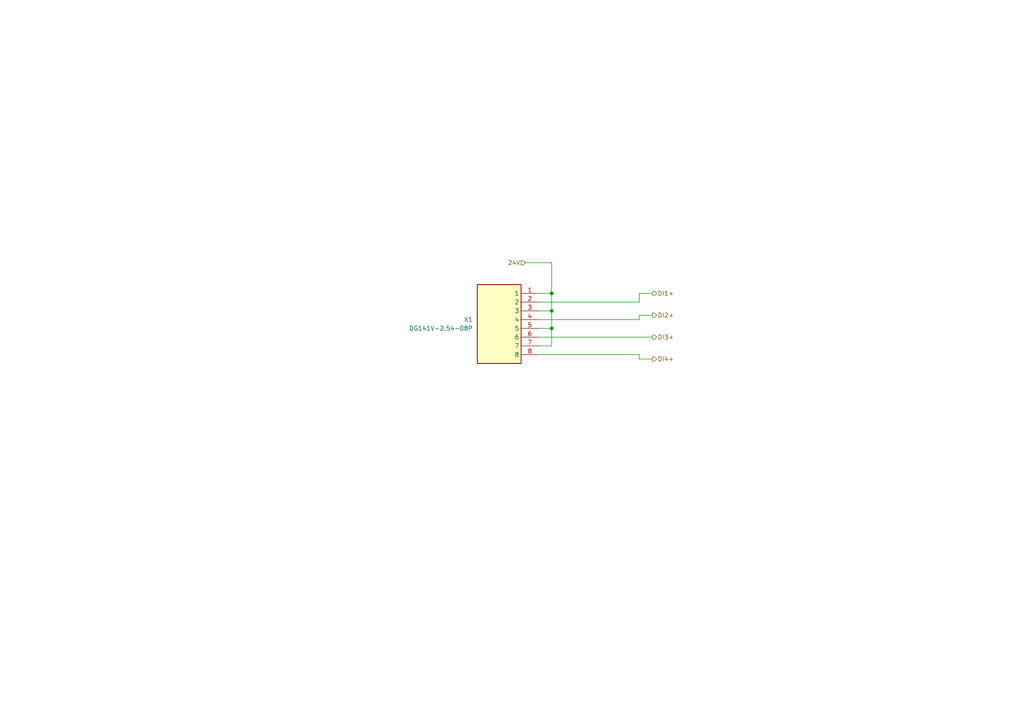
<source format=kicad_sch>
(kicad_sch (version 20231120) (generator "eeschema") (generator_version "8.0")
  (paper "A4")
  (lib_symbols
    (symbol "main:DG141V-2.54-08P"
      (property "Reference" "X?" (at -11.43 6.858 0))
      (property "Value" "DG141V-2.54-08P" (at -11.938 4.318 0))
      (symbol "DG141V-2.54-08P_0_0"
        (rectangle (start -17.78 2.54) (end -5.08 -20.32) (stroke (width 0.254)) (fill (type background)))
      )
      (symbol "DG141V-2.54-08P_1_0"
        (pin passive line (at 0 0 180) (length 5.08) (name "1") (number "1"))
        (pin passive line (at 0 -2.54 180) (length 5.08) (name "2") (number "2"))
        (pin passive line (at 0 -5.08 180) (length 5.08) (name "3") (number "3"))
        (pin passive line (at 0 -7.62 180) (length 5.08) (name "4") (number "4"))
        (pin passive line (at 0 -10.16 180) (length 5.08) (name "5") (number "5"))
        (pin passive line (at 0 -12.7 180) (length 5.08) (name "6") (number "6"))
        (pin passive line (at 0 -15.24 180) (length 5.08) (name "7") (number "7"))
        (pin passive line (at 0 -17.78 180) (length 5.08) (name "8") (number "8"))
      )
    )
  )
  (junction (at 160.02 90.17))
  (junction (at 160.02 85.09))
  (junction (at 160.02 95.25))
  (wire (pts (xy 156.21 95.25) (xy 160.02 95.25)))
  (wire (pts (xy 185.42 104.14) (xy 189.23 104.14)))
  (wire (pts (xy 160.02 90.17) (xy 160.02 85.09)))
  (wire (pts (xy 185.42 91.44) (xy 189.23 91.44)))
  (wire (pts (xy 160.02 95.25) (xy 160.02 90.17)))
  (wire (pts (xy 156.21 100.33) (xy 160.02 100.33)))
  (wire (pts (xy 185.42 87.63) (xy 185.42 85.09)))
  (wire (pts (xy 156.21 92.71) (xy 185.42 92.71)))
  (wire (pts (xy 160.02 85.09) (xy 156.21 85.09)))
  (wire (pts (xy 156.21 102.87) (xy 185.42 102.87)))
  (wire (pts (xy 152.4 76.2) (xy 160.02 76.2)))
  (wire (pts (xy 189.23 85.09) (xy 185.42 85.09)))
  (wire (pts (xy 156.21 90.17) (xy 160.02 90.17)))
  (wire (pts (xy 160.02 100.33) (xy 160.02 95.25)))
  (wire (pts (xy 156.21 87.63) (xy 185.42 87.63)))
  (wire (pts (xy 185.42 102.87) (xy 185.42 104.14)))
  (wire (pts (xy 185.42 92.71) (xy 185.42 91.44)))
  (wire (pts (xy 160.02 76.2) (xy 160.02 85.09)))
  (wire (pts (xy 189.23 97.79) (xy 156.21 97.79)))
  (hierarchical_label "DI3+" (shape output) (at 189.23 97.79 0))
  (hierarchical_label "DI1+" (shape output) (at 189.23 85.09 0))
  (hierarchical_label "DI2+" (shape output) (at 189.23 91.44 0))
  (hierarchical_label "24V" (shape input) (at 152.4 76.2 180))
  (hierarchical_label "DI4+" (shape output) (at 189.23 104.14 0))
  (symbol (lib_id "main:DG141V-2.54-08P") (at 156.21 85.09 0) (unit 1)
    (property "Reference" "X1" (at 137.16 92.7099 0) (effects (justify right)))
    (property "Value" "DG141V-2.54-08P" (at 137.16 95.2499 0) (effects (justify right)))
    (property "Footprint" "main:DG141V-2.54-08P" (effects (hide yes)))
    (property "Datasheet" "http://www.degson.com" (effects (hide yes)))
    (property "Manufacturer Part" "DG141V-2.54-08P" (effects (hide yes)))
    (property "Manufacturer" "Degson Electronics" (effects (hide yes)))
    (property "Supplier Part" "DG141V-2.54-08P" (effects (hide yes)))
  )
)
</source>
